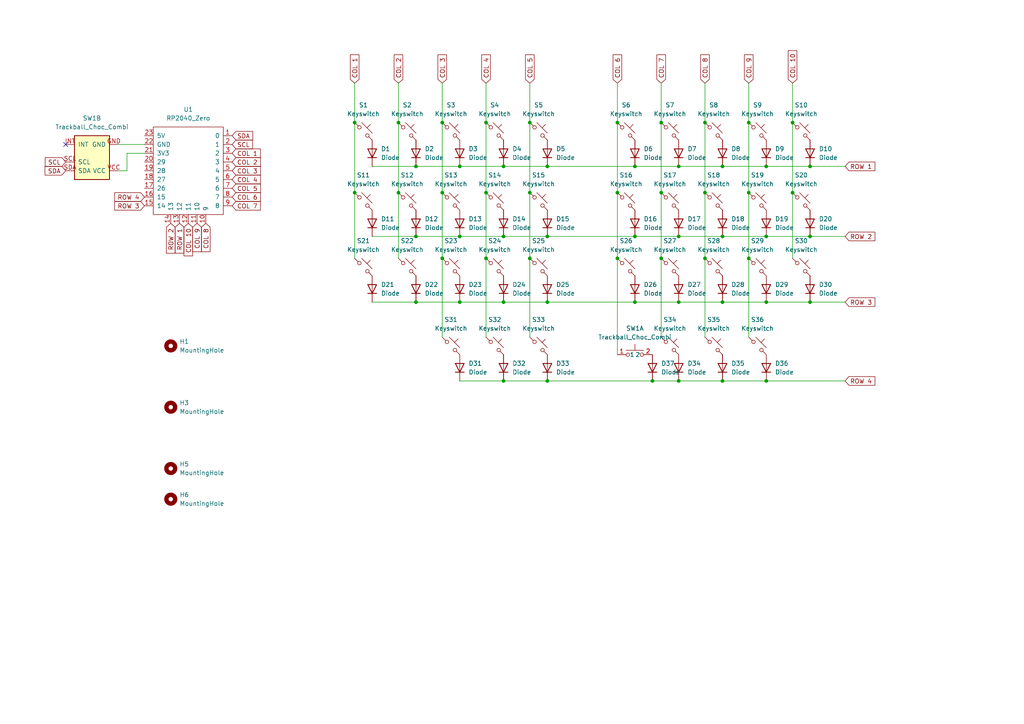
<source format=kicad_sch>
(kicad_sch (version 20230121) (generator eeschema)
  (paper "A4")
  (lib_symbols
    (symbol "Mechanical:MountingHole" (pin_names (offset 1.016))
      (property "Reference" "H" (at 0 5.08 0))
      (property "Value" "MountingHole" (at 0 3.175 0))
      (symbol "MountingHole_0_1"
        (circle (center 0 0) (radius 1.27) (stroke (width 1.27)))
      )
    )
    (symbol "ScottoKeebs:MCU_RP2040_Zero" (pin_names (offset 1.016))
      (property "Reference" "U" (at 0 15.24 0))
      (property "Value" "RP2040_Zero" (at 0 12.7 0))
      (symbol "MCU_RP2040_Zero_0_1"
        (rectangle (start -10.16 11.43) (end 10.16 -13.97))
      )
      (symbol "MCU_RP2040_Zero_1_1"
        (pin bidirectional line (at 12.7 8.89 180) (length 2.54) (name "0") (number "1"))
        (pin bidirectional line (at 5.08 -16.51 90) (length 2.54) (name "9") (number "10"))
        (pin bidirectional line (at 2.54 -16.51 90) (length 2.54) (name "10") (number "11"))
        (pin bidirectional line (at 0 -16.51 90) (length 2.54) (name "11") (number "12"))
        (pin bidirectional line (at -2.54 -16.51 90) (length 2.54) (name "12") (number "13"))
        (pin bidirectional line (at -5.08 -16.51 90) (length 2.54) (name "13") (number "14"))
        (pin bidirectional line (at -12.7 -11.43 0) (length 2.54) (name "14") (number "15"))
        (pin bidirectional line (at -12.7 -8.89 0) (length 2.54) (name "15") (number "16"))
        (pin bidirectional line (at -12.7 -6.35 0) (length 2.54) (name "26") (number "17"))
        (pin bidirectional line (at -12.7 -3.81 0) (length 2.54) (name "27") (number "18"))
        (pin bidirectional line (at -12.7 -1.27 0) (length 2.54) (name "28") (number "19"))
        (pin bidirectional line (at 12.7 6.35 180) (length 2.54) (name "1") (number "2"))
        (pin bidirectional line (at -12.7 1.27 0) (length 2.54) (name "29") (number "20"))
        (pin power_out line (at -12.7 3.81 0) (length 2.54) (name "3V3") (number "21"))
        (pin power_out line (at -12.7 6.35 0) (length 2.54) (name "GND") (number "22"))
        (pin power_out line (at -12.7 8.89 0) (length 2.54) (name "5V") (number "23"))
        (pin bidirectional line (at 12.7 3.81 180) (length 2.54) (name "2") (number "3"))
        (pin bidirectional line (at 12.7 1.27 180) (length 2.54) (name "3") (number "4"))
        (pin bidirectional line (at 12.7 -1.27 180) (length 2.54) (name "4") (number "5"))
        (pin bidirectional line (at 12.7 -3.81 180) (length 2.54) (name "5") (number "6"))
        (pin bidirectional line (at 12.7 -6.35 180) (length 2.54) (name "6") (number "7"))
        (pin bidirectional line (at 12.7 -8.89 180) (length 2.54) (name "7") (number "8"))
        (pin bidirectional line (at 12.7 -11.43 180) (length 2.54) (name "8") (number "9"))
      )
    )
    (symbol "ScottoKeebs:Placeholder_Diode" (pin_numbers hide) (pin_names hide)
      (property "Reference" "D" (at 0 2.54 0))
      (property "Value" "Diode" (at 0 -2.54 0))
      (symbol "Placeholder_Diode_0_1"
        (polyline (pts (xy -1.27 1.27) (xy -1.27 -1.27)) (stroke (width 0.254)))
        (polyline (pts (xy 1.27 0) (xy -1.27 0)))
        (polyline (pts (xy 1.27 1.27) (xy 1.27 -1.27) (xy -1.27 0) (xy 1.27 1.27)) (stroke (width 0.254)))
      )
      (symbol "Placeholder_Diode_1_1"
        (pin passive line (at -3.81 0 0) (length 2.54) (name "K") (number "1"))
        (pin passive line (at 3.81 0 180) (length 2.54) (name "A") (number "2"))
      )
    )
    (symbol "ScottoKeebs:Placeholder_Keyswitch" (pin_numbers hide) (pin_names (offset 1.016) hide)
      (property "Reference" "S" (at 3.048 1.016 0))
      (property "Value" "Keyswitch" (at 0 -3.81 0))
      (symbol "Placeholder_Keyswitch_0_1"
        (circle (center -1.1684 1.1684) (radius 0.508))
        (polyline (pts (xy -0.508 2.54) (xy 2.54 -0.508)))
        (polyline (pts (xy 1.016 1.016) (xy 2.032 2.032)))
        (polyline (pts (xy -2.54 2.54) (xy -1.524 1.524) (xy -1.524 1.524)))
        (polyline (pts (xy 1.524 -1.524) (xy 2.54 -2.54) (xy 2.54 -2.54) (xy 2.54 -2.54)))
        (circle (center 1.143 -1.1938) (radius 0.508))
        (pin passive line (at -2.54 2.54 0) (length 0) (name "1") (number "1"))
        (pin passive line (at 2.54 -2.54 180) (length 0) (name "2") (number "2"))
      )
    )
    (symbol "weteor:Trackball_Choc_Combi" (pin_names (offset 1.016))
      (property "Reference" "SW" (at 15.24 13.97 0))
      (property "Value" "Trackball_Choc_Combi" (at 1.27 12.7 0))
      (symbol "Trackball_Choc_Combi_1_1"
        (circle (center -2.032 0) (radius 0.508))
        (polyline (pts (xy 0 1.27) (xy 0 3.048)))
        (polyline (pts (xy 2.54 1.27) (xy -2.54 1.27)))
        (circle (center 2.032 0) (radius 0.508))
        (pin passive line (at -5.08 0 0) (length 2.54) (name "1") (number "1"))
        (pin passive line (at 5.08 0 180) (length 2.54) (name "2") (number "2"))
      )
      (symbol "Trackball_Choc_Combi_2_1"
        (rectangle (start -5.08 6.35) (end 5.08 -6.35) (stroke (width 0.254)) (fill (type background)))
        (pin power_in line (at -7.62 -3.81 0) (length 2.54) (name "GND") (number "GND"))
        (pin output line (at 7.62 -3.81 180) (length 2.54) (name "INT") (number "INT"))
        (pin bidirectional line (at 7.62 1.27 180) (length 2.54) (name "SCL") (number "SCL"))
        (pin bidirectional line (at 7.62 3.81 180) (length 2.54) (name "SDA") (number "SDA"))
        (pin power_in line (at -7.62 3.81 0) (length 2.54) (name "VCC") (number "VCC"))
      )
    )
  )
  (junction (at 146.05 68.58))
  (junction (at 158.75 87.63))
  (junction (at 153.67 74.93))
  (junction (at 204.47 35.56))
  (junction (at 179.07 35.56))
  (junction (at 209.55 110.49))
  (junction (at 229.87 35.56))
  (junction (at 234.95 48.26))
  (junction (at 115.57 55.88))
  (junction (at 140.97 55.88))
  (junction (at 146.05 87.63))
  (junction (at 153.67 35.56))
  (junction (at 196.85 48.26))
  (junction (at 146.05 48.26))
  (junction (at 158.75 68.58))
  (junction (at 234.95 68.58))
  (junction (at 120.65 68.58))
  (junction (at 133.35 48.26))
  (junction (at 204.47 55.88))
  (junction (at 128.27 35.56))
  (junction (at 140.97 35.56))
  (junction (at 158.75 48.26))
  (junction (at 234.95 87.63))
  (junction (at 222.25 87.63))
  (junction (at 191.77 35.56))
  (junction (at 128.27 55.88))
  (junction (at 120.65 48.26))
  (junction (at 184.15 48.26))
  (junction (at 120.65 87.63))
  (junction (at 217.17 74.93))
  (junction (at 217.17 35.56))
  (junction (at 133.35 87.63))
  (junction (at 102.87 55.88))
  (junction (at 229.87 55.88))
  (junction (at 204.47 74.93))
  (junction (at 196.85 87.63))
  (junction (at 209.55 68.58))
  (junction (at 222.25 68.58))
  (junction (at 184.15 68.58))
  (junction (at 209.55 48.26))
  (junction (at 189.23 110.49))
  (junction (at 217.17 55.88))
  (junction (at 196.85 68.58))
  (junction (at 184.15 87.63))
  (junction (at 179.07 55.88))
  (junction (at 133.35 68.58))
  (junction (at 222.25 48.26))
  (junction (at 191.77 74.93))
  (junction (at 209.55 87.63))
  (junction (at 140.97 74.93))
  (junction (at 115.57 35.56))
  (junction (at 191.77 55.88))
  (junction (at 102.87 35.56))
  (junction (at 222.25 110.49))
  (junction (at 146.05 110.49))
  (junction (at 158.75 110.49))
  (junction (at 179.07 74.93))
  (junction (at 153.67 55.88))
  (junction (at 196.85 110.49))
  (junction (at 128.27 74.93))
  (no_connect (at 19.05 41.91))
  (wire (pts (xy 102.87 55.88) (xy 102.87 74.93)))
  (wire (pts (xy 153.67 55.88) (xy 153.67 74.93)))
  (wire (pts (xy 140.97 55.88) (xy 140.97 74.93)))
  (wire (pts (xy 196.85 109.22) (xy 196.85 110.49)))
  (wire (pts (xy 229.87 35.56) (xy 229.87 55.88)))
  (wire (pts (xy 179.07 35.56) (xy 179.07 55.88)))
  (wire (pts (xy 189.23 110.49) (xy 196.85 110.49)))
  (wire (pts (xy 179.07 74.93) (xy 179.07 102.87)))
  (wire (pts (xy 191.77 55.88) (xy 191.77 74.93)))
  (wire (pts (xy 209.55 87.63) (xy 222.25 87.63)))
  (wire (pts (xy 34.29 41.91) (xy 41.91 41.91)))
  (wire (pts (xy 158.75 48.26) (xy 184.15 48.26)))
  (wire (pts (xy 115.57 55.88) (xy 115.57 74.93)))
  (wire (pts (xy 217.17 35.56) (xy 217.17 55.88)))
  (wire (pts (xy 184.15 87.63) (xy 196.85 87.63)))
  (wire (pts (xy 107.95 48.26) (xy 120.65 48.26)))
  (wire (pts (xy 158.75 110.49) (xy 189.23 110.49)))
  (wire (pts (xy 133.35 48.26) (xy 146.05 48.26)))
  (wire (pts (xy 204.47 74.93) (xy 204.47 97.79)))
  (wire (pts (xy 234.95 87.63) (xy 245.11 87.63)))
  (wire (pts (xy 128.27 35.56) (xy 128.27 55.88)))
  (wire (pts (xy 128.27 55.88) (xy 128.27 74.93)))
  (wire (pts (xy 102.87 24.13) (xy 102.87 35.56)))
  (wire (pts (xy 234.95 68.58) (xy 245.11 68.58)))
  (wire (pts (xy 158.75 68.58) (xy 184.15 68.58)))
  (wire (pts (xy 204.47 24.13) (xy 204.47 35.56)))
  (wire (pts (xy 191.77 24.13) (xy 191.77 35.56)))
  (wire (pts (xy 209.55 48.26) (xy 222.25 48.26)))
  (wire (pts (xy 191.77 74.93) (xy 191.77 97.79)))
  (wire (pts (xy 196.85 110.49) (xy 209.55 110.49)))
  (wire (pts (xy 133.35 68.58) (xy 146.05 68.58)))
  (wire (pts (xy 229.87 24.13) (xy 229.87 35.56)))
  (wire (pts (xy 120.65 48.26) (xy 133.35 48.26)))
  (wire (pts (xy 234.95 48.26) (xy 245.11 48.26)))
  (wire (pts (xy 209.55 68.58) (xy 222.25 68.58)))
  (wire (pts (xy 222.25 87.63) (xy 234.95 87.63)))
  (wire (pts (xy 153.67 74.93) (xy 153.67 97.79)))
  (wire (pts (xy 196.85 68.58) (xy 209.55 68.58)))
  (wire (pts (xy 36.83 44.45) (xy 41.91 44.45)))
  (wire (pts (xy 196.85 87.63) (xy 209.55 87.63)))
  (wire (pts (xy 146.05 68.58) (xy 158.75 68.58)))
  (wire (pts (xy 115.57 35.56) (xy 115.57 55.88)))
  (wire (pts (xy 222.25 48.26) (xy 234.95 48.26)))
  (wire (pts (xy 184.15 68.58) (xy 196.85 68.58)))
  (wire (pts (xy 120.65 68.58) (xy 133.35 68.58)))
  (wire (pts (xy 120.65 87.63) (xy 133.35 87.63)))
  (wire (pts (xy 34.29 49.53) (xy 36.83 49.53)))
  (wire (pts (xy 158.75 87.63) (xy 184.15 87.63)))
  (wire (pts (xy 191.77 35.56) (xy 191.77 55.88)))
  (wire (pts (xy 102.87 35.56) (xy 102.87 55.88)))
  (wire (pts (xy 179.07 55.88) (xy 179.07 74.93)))
  (wire (pts (xy 184.15 48.26) (xy 196.85 48.26)))
  (wire (pts (xy 222.25 110.49) (xy 245.11 110.49)))
  (wire (pts (xy 217.17 24.13) (xy 217.17 35.56)))
  (wire (pts (xy 107.95 87.63) (xy 120.65 87.63)))
  (wire (pts (xy 153.67 35.56) (xy 153.67 55.88)))
  (wire (pts (xy 146.05 87.63) (xy 158.75 87.63)))
  (wire (pts (xy 107.95 68.58) (xy 120.65 68.58)))
  (wire (pts (xy 140.97 24.13) (xy 140.97 35.56)))
  (wire (pts (xy 133.35 110.49) (xy 146.05 110.49)))
  (wire (pts (xy 179.07 24.13) (xy 179.07 35.56)))
  (wire (pts (xy 140.97 74.93) (xy 140.97 97.79)))
  (wire (pts (xy 217.17 74.93) (xy 217.17 97.79)))
  (wire (pts (xy 204.47 35.56) (xy 204.47 55.88)))
  (wire (pts (xy 140.97 35.56) (xy 140.97 55.88)))
  (wire (pts (xy 229.87 55.88) (xy 229.87 74.93)))
  (wire (pts (xy 204.47 55.88) (xy 204.47 74.93)))
  (wire (pts (xy 222.25 68.58) (xy 234.95 68.58)))
  (wire (pts (xy 128.27 74.93) (xy 128.27 97.79)))
  (wire (pts (xy 146.05 48.26) (xy 158.75 48.26)))
  (wire (pts (xy 196.85 48.26) (xy 209.55 48.26)))
  (wire (pts (xy 146.05 110.49) (xy 158.75 110.49)))
  (wire (pts (xy 128.27 24.13) (xy 128.27 35.56)))
  (wire (pts (xy 217.17 55.88) (xy 217.17 74.93)))
  (wire (pts (xy 153.67 24.13) (xy 153.67 35.56)))
  (wire (pts (xy 115.57 24.13) (xy 115.57 35.56)))
  (wire (pts (xy 36.83 49.53) (xy 36.83 44.45)))
  (wire (pts (xy 133.35 87.63) (xy 146.05 87.63)))
  (wire (pts (xy 209.55 110.49) (xy 222.25 110.49)))
  (global_label "ROW 1" (shape input) (at 245.11 48.26 0) (property "Intersheetrefs" "${INTERSHEET_REFS}" (effects hide)))
  (global_label "COL 10" (shape input) (at 229.87 24.13 90) (property "Intersheetrefs" "${INTERSHEET_REFS}" (effects hide)))
  (global_label "COL 6" (shape input) (at 179.07 24.13 90) (property "Intersheetrefs" "${INTERSHEET_REFS}" (effects hide)))
  (global_label "ROW 2" (shape input) (at 49.53 64.77 270) (property "Intersheetrefs" "${INTERSHEET_REFS}" (effects hide)))
  (global_label "SCL" (shape input) (at 19.05 46.99 180) (property "Intersheetrefs" "${INTERSHEET_REFS}" (effects hide)))
  (global_label "SDA" (shape input) (at 19.05 49.53 180) (property "Intersheetrefs" "${INTERSHEET_REFS}" (effects hide)))
  (global_label "ROW 4" (shape input) (at 245.11 110.49 0) (property "Intersheetrefs" "${INTERSHEET_REFS}" (effects hide)))
  (global_label "COL 7" (shape input) (at 67.31 59.69 0) (property "Intersheetrefs" "${INTERSHEET_REFS}" (effects hide)))
  (global_label "COL 6" (shape input) (at 67.31 57.15 0) (property "Intersheetrefs" "${INTERSHEET_REFS}" (effects hide)))
  (global_label "COL 3" (shape input) (at 128.27 24.13 90) (property "Intersheetrefs" "${INTERSHEET_REFS}" (effects hide)))
  (global_label "COL 1" (shape input) (at 67.31 44.45 0) (property "Intersheetrefs" "${INTERSHEET_REFS}" (effects hide)))
  (global_label "SCL" (shape input) (at 67.31 41.91 0) (property "Intersheetrefs" "${INTERSHEET_REFS}" (effects hide)))
  (global_label "COL 5" (shape input) (at 153.67 24.13 90) (property "Intersheetrefs" "${INTERSHEET_REFS}" (effects hide)))
  (global_label "ROW 4" (shape input) (at 41.91 57.15 180) (property "Intersheetrefs" "${INTERSHEET_REFS}" (effects hide)))
  (global_label "COL 1" (shape input) (at 102.87 24.13 90) (property "Intersheetrefs" "${INTERSHEET_REFS}" (effects hide)))
  (global_label "COL 8" (shape input) (at 204.47 24.13 90) (property "Intersheetrefs" "${INTERSHEET_REFS}" (effects hide)))
  (global_label "ROW 1" (shape input) (at 52.07 64.77 270) (property "Intersheetrefs" "${INTERSHEET_REFS}" (effects hide)))
  (global_label "COL 8" (shape input) (at 59.69 64.77 270) (property "Intersheetrefs" "${INTERSHEET_REFS}" (effects hide)))
  (global_label "COL 10" (shape input) (at 54.61 64.77 270) (property "Intersheetrefs" "${INTERSHEET_REFS}" (effects hide)))
  (global_label "ROW 3" (shape input) (at 245.11 87.63 0) (property "Intersheetrefs" "${INTERSHEET_REFS}" (effects hide)))
  (global_label "COL 3" (shape input) (at 67.31 49.53 0) (property "Intersheetrefs" "${INTERSHEET_REFS}" (effects hide)))
  (global_label "COL 9" (shape input) (at 217.17 24.13 90) (property "Intersheetrefs" "${INTERSHEET_REFS}" (effects hide)))
  (global_label "COL 5" (shape input) (at 67.31 54.61 0) (property "Intersheetrefs" "${INTERSHEET_REFS}" (effects hide)))
  (global_label "SDA" (shape input) (at 67.31 39.37 0) (property "Intersheetrefs" "${INTERSHEET_REFS}" (effects hide)))
  (global_label "COL 7" (shape input) (at 191.77 24.13 90) (property "Intersheetrefs" "${INTERSHEET_REFS}" (effects hide)))
  (global_label "COL 2" (shape input) (at 67.31 46.99 0) (property "Intersheetrefs" "${INTERSHEET_REFS}" (effects hide)))
  (global_label "ROW 3" (shape input) (at 41.91 59.69 180) (property "Intersheetrefs" "${INTERSHEET_REFS}" (effects hide)))
  (global_label "ROW 2" (shape input) (at 245.11 68.58 0) (property "Intersheetrefs" "${INTERSHEET_REFS}" (effects hide)))
  (global_label "COL 4" (shape input) (at 140.97 24.13 90) (property "Intersheetrefs" "${INTERSHEET_REFS}" (effects hide)))
  (global_label "COL 4" (shape input) (at 67.31 52.07 0) (property "Intersheetrefs" "${INTERSHEET_REFS}" (effects hide)))
  (global_label "COL 9" (shape input) (at 57.15 64.77 270) (property "Intersheetrefs" "${INTERSHEET_REFS}" (effects hide)))
  (global_label "COL 2" (shape input) (at 115.57 24.13 90) (property "Intersheetrefs" "${INTERSHEET_REFS}" (effects hide)))
  (symbol (lib_id "ScottoKeebs:Placeholder_Keyswitch") (at 118.11 38.1 0) (unit 1)
    (property "Reference" "S2" (at 118.11 30.48 0))
    (property "Value" "Keyswitch" (at 118.11 33.02 0))
    (property "Footprint" "PCM_marbastlib-choc:SW_choc_v1_HS_1u" (effects hide))
  )
  (symbol (lib_id "ScottoKeebs:Placeholder_Diode") (at 184.15 44.45 90) (unit 1)
    (property "Reference" "D6" (at 186.69 43.18 90) (effects (justify right)))
    (property "Value" "Diode" (at 186.69 45.72 90) (effects (justify right)))
    (property "Footprint" "ScottoKeebs_Components:Diode_SOD-123" (effects hide))
    (property "Sim.Device" "D" (effects hide))
    (property "Sim.Pins" "1=K 2=A" (effects hide))
  )
  (symbol (lib_id "ScottoKeebs:Placeholder_Diode") (at 209.55 106.68 90) (unit 1)
    (property "Reference" "D35" (at 212.09 105.41 90) (effects (justify right)))
    (property "Value" "Diode" (at 212.09 107.95 90) (effects (justify right)))
    (property "Footprint" "ScottoKeebs_Components:Diode_SOD-123" (effects hide))
    (property "Sim.Device" "D" (effects hide))
    (property "Sim.Pins" "1=K 2=A" (effects hide))
  )
  (symbol (lib_id "ScottoKeebs:Placeholder_Diode") (at 196.85 64.77 90) (unit 1)
    (property "Reference" "D17" (at 199.39 63.5 90) (effects (justify right)))
    (property "Value" "Diode" (at 199.39 66.04 90) (effects (justify right)))
    (property "Footprint" "ScottoKeebs_Components:Diode_SOD-123" (effects hide))
    (property "Sim.Device" "D" (effects hide))
    (property "Sim.Pins" "1=K 2=A" (effects hide))
  )
  (symbol (lib_id "Mechanical:MountingHole") (at 49.53 144.78 0) (unit 1)
    (property "Reference" "H6" (at 52.07 143.51 0) (effects (justify left)))
    (property "Value" "MountingHole" (at 52.07 146.05 0) (effects (justify left)))
    (property "Footprint" "MountingHole:MountingHole_2.2mm_M2" (effects hide))
  )
  (symbol (lib_id "ScottoKeebs:Placeholder_Diode") (at 120.65 44.45 90) (unit 1)
    (property "Reference" "D2" (at 123.19 43.18 90) (effects (justify right)))
    (property "Value" "Diode" (at 123.19 45.72 90) (effects (justify right)))
    (property "Footprint" "ScottoKeebs_Components:Diode_SOD-123" (effects hide))
    (property "Sim.Device" "D" (effects hide))
    (property "Sim.Pins" "1=K 2=A" (effects hide))
  )
  (symbol (lib_id "ScottoKeebs:Placeholder_Keyswitch") (at 156.21 58.42 0) (unit 1)
    (property "Reference" "S15" (at 156.21 50.8 0))
    (property "Value" "Keyswitch" (at 156.21 53.34 0))
    (property "Footprint" "PCM_marbastlib-choc:SW_choc_v1_HS_1u" (effects hide))
  )
  (symbol (lib_id "ScottoKeebs:Placeholder_Keyswitch") (at 194.31 100.33 0) (unit 1)
    (property "Reference" "S34" (at 194.31 92.71 0))
    (property "Value" "Keyswitch" (at 194.31 95.25 0))
    (property "Footprint" "PCM_marbastlib-choc:SW_choc_v1_HS_1u" (effects hide))
  )
  (symbol (lib_id "ScottoKeebs:Placeholder_Diode") (at 234.95 83.82 90) (unit 1)
    (property "Reference" "D30" (at 237.49 82.55 90) (effects (justify right)))
    (property "Value" "Diode" (at 237.49 85.09 90) (effects (justify right)))
    (property "Footprint" "ScottoKeebs_Components:Diode_SOD-123" (effects hide))
    (property "Sim.Device" "D" (effects hide))
    (property "Sim.Pins" "1=K 2=A" (effects hide))
  )
  (symbol (lib_id "ScottoKeebs:Placeholder_Keyswitch") (at 118.11 58.42 0) (unit 1)
    (property "Reference" "S12" (at 118.11 50.8 0))
    (property "Value" "Keyswitch" (at 118.11 53.34 0))
    (property "Footprint" "PCM_marbastlib-choc:SW_choc_v1_HS_1u" (effects hide))
  )
  (symbol (lib_id "ScottoKeebs:Placeholder_Keyswitch") (at 207.01 58.42 0) (unit 1)
    (property "Reference" "S18" (at 207.01 50.8 0))
    (property "Value" "Keyswitch" (at 207.01 53.34 0))
    (property "Footprint" "PCM_marbastlib-choc:SW_choc_v1_HS_1u" (effects hide))
  )
  (symbol (lib_id "ScottoKeebs:Placeholder_Keyswitch") (at 130.81 58.42 0) (unit 1)
    (property "Reference" "S13" (at 130.81 50.8 0))
    (property "Value" "Keyswitch" (at 130.81 53.34 0))
    (property "Footprint" "PCM_marbastlib-choc:SW_choc_v1_HS_1u" (effects hide))
  )
  (symbol (lib_id "ScottoKeebs:Placeholder_Keyswitch") (at 143.51 100.33 0) (unit 1)
    (property "Reference" "S32" (at 143.51 92.71 0))
    (property "Value" "Keyswitch" (at 143.51 95.25 0))
    (property "Footprint" "PCM_marbastlib-choc:SW_choc_v1_HS_1u" (effects hide))
  )
  (symbol (lib_id "ScottoKeebs:Placeholder_Keyswitch") (at 207.01 77.47 0) (unit 1)
    (property "Reference" "S28" (at 207.01 69.85 0))
    (property "Value" "Keyswitch" (at 207.01 72.39 0))
    (property "Footprint" "PCM_marbastlib-choc:SW_choc_v1_HS_1u" (effects hide))
  )
  (symbol (lib_id "ScottoKeebs:Placeholder_Keyswitch") (at 194.31 38.1 0) (unit 1)
    (property "Reference" "S7" (at 194.31 30.48 0))
    (property "Value" "Keyswitch" (at 194.31 33.02 0))
    (property "Footprint" "PCM_marbastlib-choc:SW_choc_v1_HS_1u" (effects hide))
  )
  (symbol (lib_id "ScottoKeebs:Placeholder_Keyswitch") (at 156.21 77.47 0) (unit 1)
    (property "Reference" "S25" (at 156.21 69.85 0))
    (property "Value" "Keyswitch" (at 156.21 72.39 0))
    (property "Footprint" "PCM_marbastlib-choc:SW_choc_v1_HS_1u" (effects hide))
  )
  (symbol (lib_id "ScottoKeebs:Placeholder_Diode") (at 158.75 83.82 90) (unit 1)
    (property "Reference" "D25" (at 161.29 82.55 90) (effects (justify right)))
    (property "Value" "Diode" (at 161.29 85.09 90) (effects (justify right)))
    (property "Footprint" "ScottoKeebs_Components:Diode_SOD-123" (effects hide))
    (property "Sim.Device" "D" (effects hide))
    (property "Sim.Pins" "1=K 2=A" (effects hide))
  )
  (symbol (lib_id "Mechanical:MountingHole") (at 49.53 100.33 0) (unit 1)
    (property "Reference" "H1" (at 52.07 99.06 0) (effects (justify left)))
    (property "Value" "MountingHole" (at 52.07 101.6 0) (effects (justify left)))
    (property "Footprint" "MountingHole:MountingHole_2.2mm_M2" (effects hide))
  )
  (symbol (lib_id "ScottoKeebs:Placeholder_Diode") (at 222.25 106.68 90) (unit 1)
    (property "Reference" "D36" (at 224.79 105.41 90) (effects (justify right)))
    (property "Value" "Diode" (at 224.79 107.95 90) (effects (justify right)))
    (property "Footprint" "ScottoKeebs_Components:Diode_SOD-123" (effects hide))
    (property "Sim.Device" "D" (effects hide))
    (property "Sim.Pins" "1=K 2=A" (effects hide))
  )
  (symbol (lib_id "ScottoKeebs:Placeholder_Diode") (at 234.95 44.45 90) (unit 1)
    (property "Reference" "D10" (at 237.49 43.18 90) (effects (justify right)))
    (property "Value" "Diode" (at 237.49 45.72 90) (effects (justify right)))
    (property "Footprint" "ScottoKeebs_Components:Diode_SOD-123" (effects hide))
    (property "Sim.Device" "D" (effects hide))
    (property "Sim.Pins" "1=K 2=A" (effects hide))
  )
  (symbol (lib_id "ScottoKeebs:Placeholder_Diode") (at 133.35 83.82 90) (unit 1)
    (property "Reference" "D23" (at 135.89 82.55 90) (effects (justify right)))
    (property "Value" "Diode" (at 135.89 85.09 90) (effects (justify right)))
    (property "Footprint" "ScottoKeebs_Components:Diode_SOD-123" (effects hide))
    (property "Sim.Device" "D" (effects hide))
    (property "Sim.Pins" "1=K 2=A" (effects hide))
  )
  (symbol (lib_id "ScottoKeebs:Placeholder_Diode") (at 146.05 83.82 90) (unit 1)
    (property "Reference" "D24" (at 148.59 82.55 90) (effects (justify right)))
    (property "Value" "Diode" (at 148.59 85.09 90) (effects (justify right)))
    (property "Footprint" "ScottoKeebs_Components:Diode_SOD-123" (effects hide))
    (property "Sim.Device" "D" (effects hide))
    (property "Sim.Pins" "1=K 2=A" (effects hide))
  )
  (symbol (lib_id "ScottoKeebs:Placeholder_Diode") (at 133.35 106.68 90) (unit 1)
    (property "Reference" "D31" (at 135.89 105.41 90) (effects (justify right)))
    (property "Value" "Diode" (at 135.89 107.95 90) (effects (justify right)))
    (property "Footprint" "ScottoKeebs_Components:Diode_SOD-123" (effects hide))
    (property "Sim.Device" "D" (effects hide))
    (property "Sim.Pins" "1=K 2=A" (effects hide))
  )
  (symbol (lib_id "ScottoKeebs:Placeholder_Diode") (at 107.95 44.45 90) (unit 1)
    (property "Reference" "D1" (at 110.49 43.18 90) (effects (justify right)))
    (property "Value" "Diode" (at 110.49 45.72 90) (effects (justify right)))
    (property "Footprint" "ScottoKeebs_Components:Diode_SOD-123" (effects hide))
    (property "Sim.Device" "D" (effects hide))
    (property "Sim.Pins" "1=K 2=A" (effects hide))
  )
  (symbol (lib_id "ScottoKeebs:Placeholder_Keyswitch") (at 130.81 77.47 0) (unit 1)
    (property "Reference" "S23" (at 130.81 69.85 0))
    (property "Value" "Keyswitch" (at 130.81 72.39 0))
    (property "Footprint" "PCM_marbastlib-choc:SW_choc_v1_HS_1u" (effects hide))
  )
  (symbol (lib_id "ScottoKeebs:Placeholder_Keyswitch") (at 143.51 77.47 0) (unit 1)
    (property "Reference" "S24" (at 143.51 69.85 0))
    (property "Value" "Keyswitch" (at 143.51 72.39 0))
    (property "Footprint" "PCM_marbastlib-choc:SW_choc_v1_HS_1u" (effects hide))
  )
  (symbol (lib_id "ScottoKeebs:Placeholder_Keyswitch") (at 130.81 100.33 0) (unit 1)
    (property "Reference" "S31" (at 130.81 92.71 0))
    (property "Value" "Keyswitch" (at 130.81 95.25 0))
    (property "Footprint" "PCM_marbastlib-choc:SW_choc_v1_HS_1u" (effects hide))
  )
  (symbol (lib_id "ScottoKeebs:Placeholder_Diode") (at 196.85 83.82 90) (unit 1)
    (property "Reference" "D27" (at 199.39 82.55 90) (effects (justify right)))
    (property "Value" "Diode" (at 199.39 85.09 90) (effects (justify right)))
    (property "Footprint" "ScottoKeebs_Components:Diode_SOD-123" (effects hide))
    (property "Sim.Device" "D" (effects hide))
    (property "Sim.Pins" "1=K 2=A" (effects hide))
  )
  (symbol (lib_id "ScottoKeebs:Placeholder_Diode") (at 222.25 64.77 90) (unit 1)
    (property "Reference" "D19" (at 224.79 63.5 90) (effects (justify right)))
    (property "Value" "Diode" (at 224.79 66.04 90) (effects (justify right)))
    (property "Footprint" "ScottoKeebs_Components:Diode_SOD-123" (effects hide))
    (property "Sim.Device" "D" (effects hide))
    (property "Sim.Pins" "1=K 2=A" (effects hide))
  )
  (symbol (lib_id "ScottoKeebs:Placeholder_Diode") (at 222.25 44.45 90) (unit 1)
    (property "Reference" "D9" (at 224.79 43.18 90) (effects (justify right)))
    (property "Value" "Diode" (at 224.79 45.72 90) (effects (justify right)))
    (property "Footprint" "ScottoKeebs_Components:Diode_SOD-123" (effects hide))
    (property "Sim.Device" "D" (effects hide))
    (property "Sim.Pins" "1=K 2=A" (effects hide))
  )
  (symbol (lib_id "ScottoKeebs:Placeholder_Keyswitch") (at 105.41 77.47 0) (unit 1)
    (property "Reference" "S21" (at 105.41 69.85 0))
    (property "Value" "Keyswitch" (at 105.41 72.39 0))
    (property "Footprint" "PCM_marbastlib-choc:SW_choc_v1_HS_1u" (effects hide))
  )
  (symbol (lib_id "ScottoKeebs:Placeholder_Keyswitch") (at 232.41 58.42 0) (unit 1)
    (property "Reference" "S20" (at 232.41 50.8 0))
    (property "Value" "Keyswitch" (at 232.41 53.34 0))
    (property "Footprint" "PCM_marbastlib-choc:SW_choc_v1_HS_1u" (effects hide))
  )
  (symbol (lib_id "ScottoKeebs:Placeholder_Keyswitch") (at 105.41 38.1 0) (unit 1)
    (property "Reference" "S1" (at 105.41 30.48 0))
    (property "Value" "Keyswitch" (at 105.41 33.02 0))
    (property "Footprint" "PCM_marbastlib-choc:SW_choc_v1_HS_1u" (effects hide))
  )
  (symbol (lib_id "ScottoKeebs:Placeholder_Diode") (at 209.55 64.77 90) (unit 1)
    (property "Reference" "D18" (at 212.09 63.5 90) (effects (justify right)))
    (property "Value" "Diode" (at 212.09 66.04 90) (effects (justify right)))
    (property "Footprint" "ScottoKeebs_Components:Diode_SOD-123" (effects hide))
    (property "Sim.Device" "D" (effects hide))
    (property "Sim.Pins" "1=K 2=A" (effects hide))
  )
  (symbol (lib_id "ScottoKeebs:Placeholder_Diode") (at 196.85 106.68 90) (unit 1)
    (property "Reference" "D34" (at 199.39 105.41 90) (effects (justify right)))
    (property "Value" "Diode" (at 199.39 107.95 90) (effects (justify right)))
    (property "Footprint" "ScottoKeebs_Components:Diode_SOD-123" (effects hide))
    (property "Sim.Device" "D" (effects hide))
    (property "Sim.Pins" "1=K 2=A" (effects hide))
  )
  (symbol (lib_id "ScottoKeebs:Placeholder_Diode") (at 133.35 64.77 90) (unit 1)
    (property "Reference" "D13" (at 135.89 63.5 90) (effects (justify right)))
    (property "Value" "Diode" (at 135.89 66.04 90) (effects (justify right)))
    (property "Footprint" "ScottoKeebs_Components:Diode_SOD-123" (effects hide))
    (property "Sim.Device" "D" (effects hide))
    (property "Sim.Pins" "1=K 2=A" (effects hide))
  )
  (symbol (lib_id "ScottoKeebs:Placeholder_Keyswitch") (at 232.41 38.1 0) (unit 1)
    (property "Reference" "S10" (at 232.41 30.48 0))
    (property "Value" "Keyswitch" (at 232.41 33.02 0))
    (property "Footprint" "PCM_marbastlib-choc:SW_choc_v1_HS_1u" (effects hide))
  )
  (symbol (lib_id "ScottoKeebs:Placeholder_Diode") (at 158.75 106.68 90) (unit 1)
    (property "Reference" "D33" (at 161.29 105.41 90) (effects (justify right)))
    (property "Value" "Diode" (at 161.29 107.95 90) (effects (justify right)))
    (property "Footprint" "ScottoKeebs_Components:Diode_SOD-123" (effects hide))
    (property "Sim.Device" "D" (effects hide))
    (property "Sim.Pins" "1=K 2=A" (effects hide))
  )
  (symbol (lib_id "ScottoKeebs:Placeholder_Diode") (at 120.65 83.82 90) (unit 1)
    (property "Reference" "D22" (at 123.19 82.55 90) (effects (justify right)))
    (property "Value" "Diode" (at 123.19 85.09 90) (effects (justify right)))
    (property "Footprint" "ScottoKeebs_Components:Diode_SOD-123" (effects hide))
    (property "Sim.Device" "D" (effects hide))
    (property "Sim.Pins" "1=K 2=A" (effects hide))
  )
  (symbol (lib_id "ScottoKeebs:Placeholder_Diode") (at 107.95 83.82 90) (unit 1)
    (property "Reference" "D21" (at 110.49 82.55 90) (effects (justify right)))
    (property "Value" "Diode" (at 110.49 85.09 90) (effects (justify right)))
    (property "Footprint" "ScottoKeebs_Components:Diode_SOD-123" (effects hide))
    (property "Sim.Device" "D" (effects hide))
    (property "Sim.Pins" "1=K 2=A" (effects hide))
  )
  (symbol (lib_id "ScottoKeebs:Placeholder_Diode") (at 196.85 44.45 90) (unit 1)
    (property "Reference" "D7" (at 199.39 43.18 90) (effects (justify right)))
    (property "Value" "Diode" (at 199.39 45.72 90) (effects (justify right)))
    (property "Footprint" "ScottoKeebs_Components:Diode_SOD-123" (effects hide))
    (property "Sim.Device" "D" (effects hide))
    (property "Sim.Pins" "1=K 2=A" (effects hide))
  )
  (symbol (lib_id "ScottoKeebs:Placeholder_Keyswitch") (at 156.21 100.33 0) (unit 1)
    (property "Reference" "S33" (at 156.21 92.71 0))
    (property "Value" "Keyswitch" (at 156.21 95.25 0))
    (property "Footprint" "PCM_marbastlib-choc:SW_choc_v1_HS_1u" (effects hide))
  )
  (symbol (lib_id "ScottoKeebs:Placeholder_Diode") (at 146.05 44.45 90) (unit 1)
    (property "Reference" "D4" (at 148.59 43.18 90) (effects (justify right)))
    (property "Value" "Diode" (at 148.59 45.72 90) (effects (justify right)))
    (property "Footprint" "ScottoKeebs_Components:Diode_SOD-123" (effects hide))
    (property "Sim.Device" "D" (effects hide))
    (property "Sim.Pins" "1=K 2=A" (effects hide))
  )
  (symbol (lib_id "ScottoKeebs:Placeholder_Keyswitch") (at 207.01 100.33 0) (unit 1)
    (property "Reference" "S35" (at 207.01 92.71 0))
    (property "Value" "Keyswitch" (at 207.01 95.25 0))
    (property "Footprint" "PCM_marbastlib-choc:SW_choc_v1_HS_1u" (effects hide))
  )
  (symbol (lib_id "ScottoKeebs:Placeholder_Keyswitch") (at 219.71 77.47 0) (unit 1)
    (property "Reference" "S29" (at 219.71 69.85 0))
    (property "Value" "Keyswitch" (at 219.71 72.39 0))
    (property "Footprint" "PCM_marbastlib-choc:SW_choc_v1_HS_1u" (effects hide))
  )
  (symbol (lib_id "ScottoKeebs:Placeholder_Keyswitch") (at 118.11 77.47 0) (unit 1)
    (property "Reference" "S22" (at 118.11 69.85 0))
    (property "Value" "Keyswitch" (at 118.11 72.39 0))
    (property "Footprint" "PCM_marbastlib-choc:SW_choc_v1_HS_1u" (effects hide))
  )
  (symbol (lib_id "ScottoKeebs:Placeholder_Diode") (at 133.35 44.45 90) (unit 1)
    (property "Reference" "D3" (at 135.89 43.18 90) (effects (justify right)))
    (property "Value" "Diode" (at 135.89 45.72 90) (effects (justify right)))
    (property "Footprint" "ScottoKeebs_Components:Diode_SOD-123" (effects hide))
    (property "Sim.Device" "D" (effects hide))
    (property "Sim.Pins" "1=K 2=A" (effects hide))
  )
  (symbol (lib_id "ScottoKeebs:Placeholder_Keyswitch") (at 143.51 38.1 0) (unit 1)
    (property "Reference" "S4" (at 143.51 30.48 0))
    (property "Value" "Keyswitch" (at 143.51 33.02 0))
    (property "Footprint" "PCM_marbastlib-choc:SW_choc_v1_HS_1u" (effects hide))
  )
  (symbol (lib_id "ScottoKeebs:Placeholder_Diode") (at 189.23 106.68 90) (unit 1)
    (property "Reference" "D37" (at 191.77 105.41 90) (effects (justify right)))
    (property "Value" "Diode" (at 191.77 107.95 90) (effects (justify right)))
    (property "Footprint" "ScottoKeebs_Components:Diode_SOD-123" (effects hide))
    (property "Sim.Device" "D" (effects hide))
    (property "Sim.Pins" "1=K 2=A" (effects hide))
  )
  (symbol (lib_id "ScottoKeebs:Placeholder_Keyswitch") (at 207.01 38.1 0) (unit 1)
    (property "Reference" "S8" (at 207.01 30.48 0))
    (property "Value" "Keyswitch" (at 207.01 33.02 0))
    (property "Footprint" "PCM_marbastlib-choc:SW_choc_v1_HS_1u" (effects hide))
  )
  (symbol (lib_id "ScottoKeebs:Placeholder_Keyswitch") (at 219.71 100.33 0) (unit 1)
    (property "Reference" "S36" (at 219.71 92.71 0))
    (property "Value" "Keyswitch" (at 219.71 95.25 0))
    (property "Footprint" "PCM_marbastlib-choc:SW_choc_v1_HS_1u" (effects hide))
  )
  (symbol (lib_id "ScottoKeebs:Placeholder_Diode") (at 146.05 106.68 90) (unit 1)
    (property "Reference" "D32" (at 148.59 105.41 90) (effects (justify right)))
    (property "Value" "Diode" (at 148.59 107.95 90) (effects (justify right)))
    (property "Footprint" "ScottoKeebs_Components:Diode_SOD-123" (effects hide))
    (property "Sim.Device" "D" (effects hide))
    (property "Sim.Pins" "1=K 2=A" (effects hide))
  )
  (symbol (lib_id "ScottoKeebs:Placeholder_Keyswitch") (at 232.41 77.47 0) (unit 1)
    (property "Reference" "S30" (at 232.41 69.85 0))
    (property "Value" "Keyswitch" (at 232.41 72.39 0))
    (property "Footprint" "PCM_marbastlib-choc:SW_choc_v1_HS_1u" (effects hide))
  )
  (symbol (lib_id "ScottoKeebs:Placeholder_Keyswitch") (at 181.61 77.47 0) (unit 1)
    (property "Reference" "S26" (at 181.61 69.85 0))
    (property "Value" "Keyswitch" (at 181.61 72.39 0))
    (property "Footprint" "PCM_marbastlib-choc:SW_choc_v1_HS_1u" (effects hide))
  )
  (symbol (lib_id "ScottoKeebs:Placeholder_Keyswitch") (at 194.31 77.47 0) (unit 1)
    (property "Reference" "S27" (at 194.31 69.85 0))
    (property "Value" "Keyswitch" (at 194.31 72.39 0))
    (property "Footprint" "PCM_marbastlib-choc:SW_choc_v1_HS_1u" (effects hide))
  )
  (symbol (lib_id "ScottoKeebs:Placeholder_Keyswitch") (at 130.81 38.1 0) (unit 1)
    (property "Reference" "S3" (at 130.81 30.48 0))
    (property "Value" "Keyswitch" (at 130.81 33.02 0))
    (property "Footprint" "PCM_marbastlib-choc:SW_choc_v1_HS_1u" (effects hide))
  )
  (symbol (lib_id "ScottoKeebs:Placeholder_Keyswitch") (at 105.41 58.42 0) (unit 1)
    (property "Reference" "S11" (at 105.41 50.8 0))
    (property "Value" "Keyswitch" (at 105.41 53.34 0))
    (property "Footprint" "PCM_marbastlib-choc:SW_choc_v1_HS_1u" (effects hide))
  )
  (symbol (lib_id "ScottoKeebs:Placeholder_Keyswitch") (at 156.21 38.1 0) (unit 1)
    (property "Reference" "S5" (at 156.21 30.48 0))
    (property "Value" "Keyswitch" (at 156.21 33.02 0))
    (property "Footprint" "PCM_marbastlib-choc:SW_choc_v1_HS_1u" (effects hide))
  )
  (symbol (lib_id "ScottoKeebs:Placeholder_Keyswitch") (at 219.71 38.1 0) (unit 1)
    (property "Reference" "S9" (at 219.71 30.48 0))
    (property "Value" "Keyswitch" (at 219.71 33.02 0))
    (property "Footprint" "PCM_marbastlib-choc:SW_choc_v1_HS_1u" (effects hide))
  )
  (symbol (lib_id "ScottoKeebs:Placeholder_Keyswitch") (at 181.61 38.1 0) (unit 1)
    (property "Reference" "S6" (at 181.61 30.48 0))
    (property "Value" "Keyswitch" (at 181.61 33.02 0))
    (property "Footprint" "PCM_marbastlib-choc:SW_choc_v1_HS_1u" (effects hide))
  )
  (symbol (lib_id "ScottoKeebs:Placeholder_Diode") (at 146.05 64.77 90) (unit 1)
    (property "Reference" "D14" (at 148.59 63.5 90) (effects (justify right)))
    (property "Value" "Diode" (at 148.59 66.04 90) (effects (justify right)))
    (property "Footprint" "ScottoKeebs_Components:Diode_SOD-123" (effects hide))
    (property "Sim.Device" "D" (effects hide))
    (property "Sim.Pins" "1=K 2=A" (effects hide))
  )
  (symbol (lib_id "Mechanical:MountingHole") (at 49.53 135.89 0) (unit 1)
    (property "Reference" "H5" (at 52.07 134.62 0) (effects (justify left)))
    (property "Value" "MountingHole" (at 52.07 137.16 0) (effects (justify left)))
    (property "Footprint" "MountingHole:MountingHole_2.2mm_M2" (effects hide))
  )
  (symbol (lib_id "ScottoKeebs:Placeholder_Diode") (at 107.95 64.77 90) (unit 1)
    (property "Reference" "D11" (at 110.49 63.5 90) (effects (justify right)))
    (property "Value" "Diode" (at 110.49 66.04 90) (effects (justify right)))
    (property "Footprint" "ScottoKeebs_Components:Diode_SOD-123" (effects hide))
    (property "Sim.Device" "D" (effects hide))
    (property "Sim.Pins" "1=K 2=A" (effects hide))
  )
  (symbol (lib_id "ScottoKeebs:Placeholder_Diode") (at 184.15 64.77 90) (unit 1)
    (property "Reference" "D16" (at 186.69 63.5 90) (effects (justify right)))
    (property "Value" "Diode" (at 186.69 66.04 90) (effects (justify right)))
    (property "Footprint" "ScottoKeebs_Components:Diode_SOD-123" (effects hide))
    (property "Sim.Device" "D" (effects hide))
    (property "Sim.Pins" "1=K 2=A" (effects hide))
  )
  (symbol (lib_id "ScottoKeebs:Placeholder_Diode") (at 209.55 83.82 90) (unit 1)
    (property "Reference" "D28" (at 212.09 82.55 90) (effects (justify right)))
    (property "Value" "Diode" (at 212.09 85.09 90) (effects (justify right)))
    (property "Footprint" "ScottoKeebs_Components:Diode_SOD-123" (effects hide))
    (property "Sim.Device" "D" (effects hide))
    (property "Sim.Pins" "1=K 2=A" (effects hide))
  )
  (symbol (lib_id "ScottoKeebs:Placeholder_Diode") (at 222.25 83.82 90) (unit 1)
    (property "Reference" "D29" (at 224.79 82.55 90) (effects (justify right)))
    (property "Value" "Diode" (at 224.79 85.09 90) (effects (justify right)))
    (property "Footprint" "ScottoKeebs_Components:Diode_SOD-123" (effects hide))
    (property "Sim.Device" "D" (effects hide))
    (property "Sim.Pins" "1=K 2=A" (effects hide))
  )
  (symbol (lib_id "ScottoKeebs:Placeholder_Diode") (at 158.75 64.77 90) (unit 1)
    (property "Reference" "D15" (at 161.29 63.5 90) (effects (justify right)))
    (property "Value" "Diode" (at 161.29 66.04 90) (effects (justify right)))
    (property "Footprint" "ScottoKeebs_Components:Diode_SOD-123" (effects hide))
    (property "Sim.Device" "D" (effects hide))
    (property "Sim.Pins" "1=K 2=A" (effects hide))
  )
  (symbol (lib_id "ScottoKeebs:Placeholder_Keyswitch") (at 194.31 58.42 0) (unit 1)
    (property "Reference" "S17" (at 194.31 50.8 0))
    (property "Value" "Keyswitch" (at 194.31 53.34 0))
    (property "Footprint" "PCM_marbastlib-choc:SW_choc_v1_HS_1u" (effects hide))
  )
  (symbol (lib_id "weteor:Trackball_Choc_Combi") (at 184.15 102.87 0) (unit 1)
    (property "Reference" "SW1" (at 184.15 95.25 0))
    (property "Value" "Trackball_Choc_Combi" (at 184.15 97.79 0))
    (property "Footprint" "weteor:trackball_choc_combi" (effects hide))
  )
  (symbol (lib_id "ScottoKeebs:Placeholder_Diode") (at 184.15 83.82 90) (unit 1)
    (property "Reference" "D26" (at 186.69 82.55 90) (effects (justify right)))
    (property "Value" "Diode" (at 186.69 85.09 90) (effects (justify right)))
    (property "Footprint" "ScottoKeebs_Components:Diode_SOD-123" (effects hide))
    (property "Sim.Device" "D" (effects hide))
    (property "Sim.Pins" "1=K 2=A" (effects hide))
  )
  (symbol (lib_id "ScottoKeebs:Placeholder_Diode") (at 158.75 44.45 90) (unit 1)
    (property "Reference" "D5" (at 161.29 43.18 90) (effects (justify right)))
    (property "Value" "Diode" (at 161.29 45.72 90) (effects (justify right)))
    (property "Footprint" "ScottoKeebs_Components:Diode_SOD-123" (effects hide))
    (property "Sim.Device" "D" (effects hide))
    (property "Sim.Pins" "1=K 2=A" (effects hide))
  )
  (symbol (lib_id "ScottoKeebs:Placeholder_Diode") (at 234.95 64.77 90) (unit 1)
    (property "Reference" "D20" (at 237.49 63.5 90) (effects (justify right)))
    (property "Value" "Diode" (at 237.49 66.04 90) (effects (justify right)))
    (property "Footprint" "ScottoKeebs_Components:Diode_SOD-123" (effects hide))
    (property "Sim.Device" "D" (effects hide))
    (property "Sim.Pins" "1=K 2=A" (effects hide))
  )
  (symbol (lib_id "ScottoKeebs:Placeholder_Keyswitch") (at 181.61 58.42 0) (unit 1)
    (property "Reference" "S16" (at 181.61 50.8 0))
    (property "Value" "Keyswitch" (at 181.61 53.34 0))
    (property "Footprint" "PCM_marbastlib-choc:SW_choc_v1_HS_1u" (effects hide))
  )
  (symbol (lib_id "ScottoKeebs:Placeholder_Keyswitch") (at 219.71 58.42 0) (unit 1)
    (property "Reference" "S19" (at 219.71 50.8 0))
    (property "Value" "Keyswitch" (at 219.71 53.34 0))
    (property "Footprint" "PCM_marbastlib-choc:SW_choc_v1_HS_1u" (effects hide))
  )
  (symbol (lib_id "weteor:Trackball_Choc_Combi") (at 26.67 45.72 180) (unit 2)
    (property "Reference" "SW1" (at 26.67 34.29 0))
    (property "Value" "Trackball_Choc_Combi" (at 26.67 36.83 0))
    (property "Footprint" "weteor:trackball_choc_combi" (effects hide))
  )
  (symbol (lib_id "ScottoKeebs:Placeholder_Keyswitch") (at 143.51 58.42 0) (unit 1)
    (property "Reference" "S14" (at 143.51 50.8 0))
    (property "Value" "Keyswitch" (at 143.51 53.34 0))
    (property "Footprint" "PCM_marbastlib-choc:SW_choc_v1_HS_1u" (effects hide))
  )
  (symbol (lib_id "ScottoKeebs:MCU_RP2040_Zero") (at 54.61 48.26 0) (unit 1)
    (property "Reference" "U1" (at 54.61 31.75 0))
    (property "Value" "RP2040_Zero" (at 54.61 34.29 0))
    (property "Footprint" "ScottoKeebs_MCU:RP2040_Zero" (effects hide))
  )
  (symbol (lib_id "ScottoKeebs:Placeholder_Diode") (at 209.55 44.45 90) (unit 1)
    (property "Reference" "D8" (at 212.09 43.18 90) (effects (justify right)))
    (property "Value" "Diode" (at 212.09 45.72 90) (effects (justify right)))
    (property "Footprint" "ScottoKeebs_Components:Diode_SOD-123" (effects hide))
    (property "Sim.Device" "D" (effects hide))
    (property "Sim.Pins" "1=K 2=A" (effects hide))
  )
  (symbol (lib_id "Mechanical:MountingHole") (at 49.53 118.11 0) (unit 1)
    (property "Reference" "H3" (at 52.07 116.84 0) (effects (justify left)))
    (property "Value" "MountingHole" (at 52.07 119.38 0) (effects (justify left)))
    (property "Footprint" "MountingHole:MountingHole_2.2mm_M2" (effects hide))
  )
  (symbol (lib_id "ScottoKeebs:Placeholder_Diode") (at 120.65 64.77 90) (unit 1)
    (property "Reference" "D12" (at 123.19 63.5 90) (effects (justify right)))
    (property "Value" "Diode" (at 123.19 66.04 90) (effects (justify right)))
    (property "Footprint" "ScottoKeebs_Components:Diode_SOD-123" (effects hide))
    (property "Sim.Device" "D" (effects hide))
    (property "Sim.Pins" "1=K 2=A" (effects hide))
  )
)
</source>
